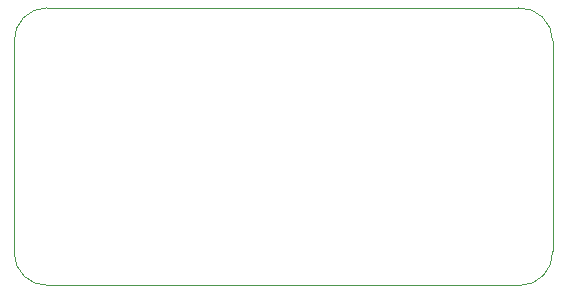
<source format=gbr>
%TF.GenerationSoftware,KiCad,Pcbnew,(6.0.7)*%
%TF.CreationDate,2022-11-04T16:49:25+01:00*%
%TF.ProjectId,LDAD ATOM PRO,4c444144-2041-4544-9f4d-2050524f2e6b,5.3*%
%TF.SameCoordinates,Original*%
%TF.FileFunction,Profile,NP*%
%FSLAX46Y46*%
G04 Gerber Fmt 4.6, Leading zero omitted, Abs format (unit mm)*
G04 Created by KiCad (PCBNEW (6.0.7)) date 2022-11-04 16:49:25*
%MOMM*%
%LPD*%
G01*
G04 APERTURE LIST*
%TA.AperFunction,Profile*%
%ADD10C,0.100000*%
%TD*%
G04 APERTURE END LIST*
D10*
X119103146Y-109197927D02*
X159039726Y-109199999D01*
X161811794Y-88479999D02*
G75*
G03*
X158930000Y-85700000I-2781894J-101D01*
G01*
X159039726Y-109200023D02*
G75*
G03*
X161819725Y-106318202I-26J2781823D01*
G01*
X119003868Y-85689551D02*
X158930000Y-85700000D01*
X161819725Y-106318202D02*
X161811797Y-88479999D01*
X116221377Y-106417928D02*
G75*
G03*
X119103146Y-109197927I2781823J28D01*
G01*
X116221349Y-106417928D02*
X116223869Y-88571348D01*
X119003868Y-85689562D02*
G75*
G03*
X116223869Y-88571348I-268J-2781538D01*
G01*
M02*

</source>
